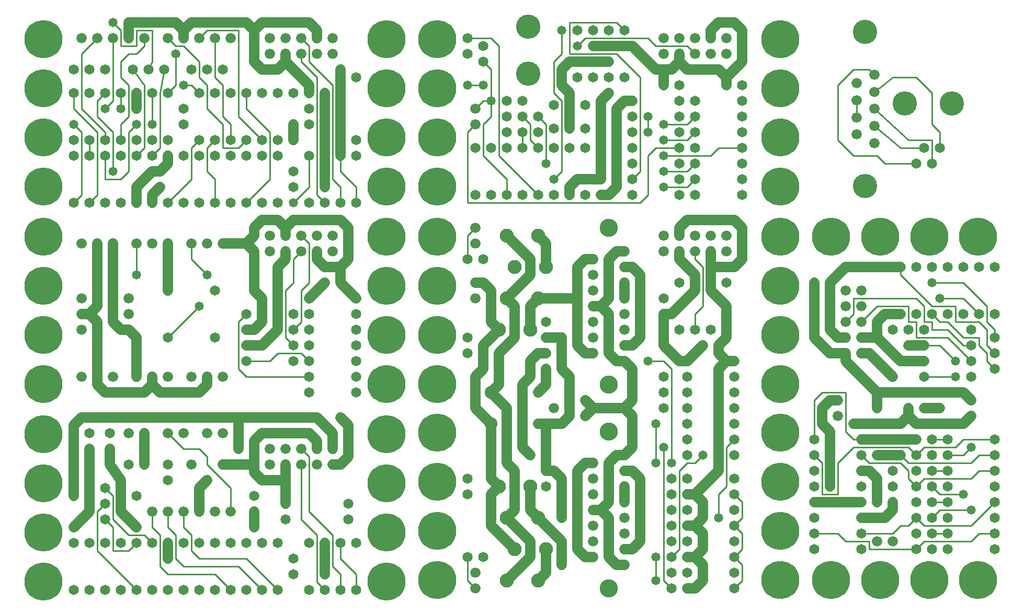
<source format=gbl>
%MOIN*%
%FSLAX25Y25*%
G04 D10 used for Character Trace; *
G04     Circle (OD=.01000) (No hole)*
G04 D11 used for Power Trace; *
G04     Circle (OD=.06500) (No hole)*
G04 D12 used for Signal Trace; *
G04     Circle (OD=.01100) (No hole)*
G04 D13 used for Via; *
G04     Circle (OD=.05800) (Round. Hole ID=.02800)*
G04 D14 used for Component hole; *
G04     Circle (OD=.06500) (Round. Hole ID=.03500)*
G04 D15 used for Component hole; *
G04     Circle (OD=.06600) (Round. Hole ID=.04200)*
G04 D16 used for Component hole; *
G04     Circle (OD=.08200) (Round. Hole ID=.05200)*
G04 D17 used for Component hole; *
G04     Circle (OD=.08950) (Round. Hole ID=.05950)*
G04 D18 used for Component hole; *
G04     Circle (OD=.11600) (Round. Hole ID=.08600)*
G04 D19 used for Component hole; *
G04     Circle (OD=.15500) (Round. Hole ID=.12500)*
G04 D20 used for Component hole; *
G04     Circle (OD=.18200) (Round. Hole ID=.15200)*
G04 D21 used for Component hole; *
G04     Circle (OD=.24300) (Round. Hole ID=.21300)*
%ADD10C,.01000*%
%ADD11C,.06500*%
%ADD12C,.01100*%
%ADD13C,.05800*%
%ADD14C,.06500*%
%ADD15C,.06600*%
%ADD16C,.08200*%
%ADD17C,.08950*%
%ADD18C,.11600*%
%ADD19C,.15500*%
%ADD20C,.18200*%
%ADD21C,.24300*%
%IPPOS*%
%LPD*%
G90*X0Y0D02*D21*X15625Y15625D03*D14*              
X35000Y10000D03*Y40000D03*D21*X15625Y46875D03*D14*
X45000Y10000D03*Y40000D03*X35000Y50000D03*D11*    
X45000Y60000D01*Y90000D01*D14*D03*D11*Y100000D01* 
D14*D03*X58000Y90000D03*D11*Y100000D01*D14*D03*   
X45000Y110000D03*X58000D03*D11*Y90000D02*         
X65000Y80000D01*Y60000D01*X75000Y50000D01*D14*D03*
D12*X70000Y45000D02*X80000D01*X60000Y55000D02*    
X70000Y45000D01*X60000Y70000D02*Y55000D01*        
X55000Y75000D02*X60000Y70000D01*D14*              
X55000Y75000D03*Y65000D03*D12*X50000Y60000D01*    
Y35000D01*X75000Y10000D01*D14*D03*X85000D03*      
X65000D03*D12*X90000Y45000D02*Y25000D01*          
X85000Y50000D02*X90000Y45000D01*X85000Y60000D02*  
Y50000D01*D15*Y60000D03*D12*X95000D02*Y50000D01*  
D15*Y60000D03*D12*X105000D02*Y50000D01*D15*       
Y60000D03*D12*X95000Y50000D02*X100000Y45000D01*   
Y30000D01*X105000Y25000D01*X140000D01*            
X155000Y10000D01*D14*D03*X165000D03*D12*          
X145000Y30000D01*X115000D01*X110000Y35000D01*     
Y45000D01*X105000Y50000D01*D14*X115000Y40000D03*  
D15*Y60000D03*D11*Y75000D01*X120000Y80000D01*D15* 
D03*X130000Y90000D03*D11*X150000D01*Y105000D01*   
X155000Y110000D01*X185000D01*X190000Y105000D01*   
Y100000D01*D15*D03*D12*X180000D02*                
X185000Y95000D01*D15*X180000Y100000D03*D12*       
X185000Y95000D02*Y60000D01*X200000Y45000D01*      
Y25000D01*X205000Y20000D01*Y10000D01*D14*D03*D12* 
Y30000D02*X215000Y20000D01*X205000Y40000D02*      
Y30000D01*D14*Y40000D03*X215000D03*X195000D03*D11*
Y20000D01*D13*D03*D12*X190000Y45000D02*Y15000D01* 
X180000Y55000D02*X190000Y45000D01*                
X180000Y90000D02*Y55000D01*D15*Y90000D03*         
X170000Y100000D03*D11*X155000Y80000D02*X170000D01*
X150000Y85000D02*X155000Y80000D01*                
X150000Y90000D02*Y85000D01*D15*X160000Y100000D03* 
D13*X140000D03*D11*Y120000D01*X40000D01*          
X35000Y115000D01*Y70000D01*D14*D03*               
X55000Y55000D03*D12*X60000Y50000D01*Y35000D01*    
X70000D01*X75000Y40000D01*D14*D03*D12*            
X80000Y45000D02*X85000Y40000D01*D14*D03*D13*      
X95000Y30000D03*D11*Y40000D01*D14*D03*X105000D03* 
D12*X90000Y25000D02*X95000Y20000D01*X125000D01*   
X135000Y10000D01*D14*D03*X145000D03*X125000D03*   
X115000D03*X165000Y40000D03*X155000D03*X145000D03*
X135000D03*X105000Y10000D03*X125000Y40000D03*D13* 
X150000Y50000D03*D11*Y60000D01*D14*D03*Y70000D03* 
D12*X120000Y90000D02*X135000Y75000D01*            
X120000Y95000D02*Y90000D01*X115000Y100000D02*     
X120000Y95000D01*X105000Y100000D02*X115000D01*    
X95000Y110000D02*X105000Y100000D01*D15*           
X95000Y110000D03*X105000D03*X80000D03*D11*        
Y90000D01*D14*D03*X70000D03*X95000Y80000D03*      
Y90000D03*X75000Y70000D03*D15*X70000Y110000D03*   
X110000Y90000D03*X120000Y110000D03*               
X125000Y60000D03*D14*X55000Y40000D03*X65000D03*   
D15*X130000Y110000D03*X135000Y60000D03*D12*       
Y75000D01*D15*X160000Y90000D03*D14*               
X170000Y55000D03*Y65000D03*D11*Y80000D01*         
Y90000D01*D15*D03*X190000D03*D11*                 
X140000Y120000D02*X190000D01*X200000Y110000D01*   
Y100000D01*D15*D03*D11*X205000Y90000D02*          
X210000Y95000D01*X200000Y90000D02*X205000D01*D15* 
X200000D03*D11*X210000Y115000D02*Y95000D01*       
X205000Y120000D02*X210000Y115000D01*D13*          
X205000Y120000D03*D21*X234375Y109375D03*Y78125D03*
D14*X210000Y65000D03*Y55000D03*D21*               
X234375Y46875D03*D14*X185000Y40000D03*            
X175000Y30000D03*Y20000D03*D12*X215000D02*        
Y10000D01*D14*D03*X195000D03*D12*X190000Y15000D01*
D14*X185000Y10000D03*D21*X234375Y15625D03*D14*    
X95000Y10000D03*X55000D03*D21*X15625Y109375D03*   
Y78125D03*G90*X0Y1000D02*D11*X90000Y136000D02*    
X115000D01*X85000Y141000D02*X90000Y136000D01*     
X80000D02*X85000Y141000D01*X55000Y136000D02*      
X80000D01*X50000Y141000D02*X55000Y136000D01*      
X50000Y146000D02*Y141000D01*D15*Y146000D03*D11*   
Y181000D01*X45000Y186000D01*X40000D01*D15*D03*D11*
X45000D02*X50000Y191000D01*Y231000D01*D15*D03*    
X60000D03*D11*Y196000D01*D13*D03*D11*Y181000D01*  
X65000Y176000D01*X70000D01*D15*D03*D11*           
X75000Y171000D01*Y146000D01*D15*D03*D11*X85000D02*
Y141000D01*D15*Y146000D03*X95000D03*D14*          
Y171000D03*D12*X115000Y191000D01*D13*D03*D14*     
X125000Y201000D03*X95000D03*D11*Y231000D01*D15*   
D03*X85000D03*D12*X110000D02*Y221000D01*D15*      
Y231000D03*X120000D03*D12*X110000Y221000D02*      
X120000Y211000D01*D13*D03*D15*X130000Y231000D03*  
D11*X145000D01*X150000Y226000D01*Y201000D01*      
X155000Y196000D01*D14*D03*D11*Y181000D01*         
X150000Y176000D01*X145000D01*D14*D03*D12*         
X140000Y181000D02*Y151000D01*X145000Y146000D01*   
X185000D01*D14*D03*X175000Y156000D03*X185000D03*  
D12*X180000Y161000D01*X165000D01*                 
X160000Y156000D01*X145000D01*D14*D03*D11*         
Y166000D02*X155000D01*D14*X145000D03*D11*         
X155000D02*X165000Y176000D01*Y196000D01*D14*D03*  
D11*Y216000D01*X170000Y221000D01*Y226000D01*D15*  
D03*D12*X175000Y221000D02*Y206000D01*             
X170000Y201000D01*Y171000D01*X175000Y166000D01*   
D14*D03*X185000Y176000D03*Y166000D03*             
X175000Y176000D03*D12*X180000Y181000D01*          
Y201000D01*X185000Y206000D01*Y231000D01*          
X180000Y236000D01*D15*D03*X190000Y226000D03*D11*  
Y221000D01*X195000Y216000D01*X205000D01*          
Y206000D01*D14*D03*D11*X215000Y196000D01*D14*D03* 
Y186000D03*X195000Y206000D03*D11*                 
X185000Y196000D01*D14*D03*X175000Y186000D03*      
X185000D03*D11*X205000Y216000D02*                 
X210000Y221000D01*Y241000D01*X205000Y246000D01*   
X175000D01*X170000Y241000D01*X165000Y246000D01*   
X155000D01*X150000Y241000D01*Y236000D01*          
X145000Y231000D01*D15*X160000Y226000D03*          
Y236000D03*X170000D03*D11*Y241000D01*D15*         
X180000Y226000D03*D12*X175000Y221000D01*D15*      
X190000Y236000D03*X200000Y226000D03*Y236000D03*   
D14*X145000Y186000D03*D12*X140000Y181000D01*D14*  
X125000Y171000D03*D15*X110000Y146000D03*          
X120000D03*D11*Y141000D01*X115000Y136000D01*D15*  
X130000Y146000D03*X70000Y186000D03*               
X60000Y146000D03*X70000Y196000D03*D14*            
X185000Y136000D03*D15*X40000Y196000D03*Y176000D03*
Y146000D03*D13*X75000Y211000D03*D12*Y231000D01*   
D15*D03*X40000D03*D21*X15625Y172875D03*Y235375D03*
Y204125D03*Y141625D03*D14*X215000Y136000D03*      
Y146000D03*Y156000D03*Y166000D03*Y176000D03*D21*  
X234375Y141625D03*Y172875D03*Y204125D03*          
Y235375D03*G90*X0Y2000D02*D14*X215000Y257000D03*  
D12*Y267000D01*X205000Y277000D01*Y287000D01*D14*  
D03*D11*Y307000D01*D14*D03*D11*Y342000D01*D13*D03*
D14*X215000Y337000D03*D12*X185000Y347000D02*      
X200000Y332000D01*X185000Y357000D02*Y347000D01*   
X180000Y362000D02*X185000Y357000D01*D15*          
X180000Y362000D03*X190000Y352000D03*X170000D03*   
D11*Y347000D01*X165000Y342000D01*X155000D01*      
X150000Y347000D01*Y367000D01*X145000Y372000D01*   
X110000D01*X105000Y367000D01*X100000Y372000D01*   
X70000D01*Y362000D01*D15*D03*D12*X65000Y357000D02*
X75000D01*X65000Y367000D02*Y357000D01*            
X60000Y372000D02*X65000Y367000D01*D13*            
X60000Y372000D03*D15*X50000Y362000D03*D12*        
X40000Y352000D01*Y317000D01*X55000Y302000D01*     
Y297000D01*D14*D03*D12*X50000Y312000D02*          
X60000Y302000D01*X50000Y322000D02*Y312000D01*     
Y322000D02*X55000Y327000D01*D14*D03*D12*          
Y317000D02*X60000Y322000D01*D13*X55000Y317000D03* 
D12*X60000Y362000D02*Y322000D01*D15*Y362000D03*   
D12*X65000Y347000D02*X70000Y352000D01*            
X65000Y347000D02*Y337000D01*X70000Y332000D01*     
Y312000D01*X65000Y307000D01*Y297000D01*D14*D03*   
D12*X70000Y302000D02*Y277000D01*X65000Y272000D01* 
X55000D01*Y287000D01*D14*D03*X45000Y297000D03*D12*
Y287000D01*D14*D03*X35000Y297000D03*Y287000D03*   
D12*X60000Y302000D02*Y277000D01*D13*D03*D14*      
X65000Y287000D03*D11*X75000Y267000D02*Y257000D01* 
D14*D03*X85000D03*D11*Y262000D01*X90000Y267000D01*
D13*D03*D11*X85000Y277000D02*X90000D01*           
X75000Y267000D02*X85000Y277000D01*D14*            
X65000Y257000D03*D11*X90000Y277000D02*            
X95000Y282000D01*Y287000D01*D14*D03*D12*X85000D02*
X90000Y292000D01*D14*X85000Y287000D03*D12*        
X90000Y327000D02*Y292000D01*X92500Y342000D02*     
X90000Y327000D01*D14*X92500Y342000D03*D12*        
X82500D02*X85000Y347000D01*D14*X82500Y342000D03*  
D12*X85000Y367000D02*Y347000D01*X75000Y367000D02* 
X85000D01*X75000D02*Y357000D01*D15*               
X80000Y362000D03*D12*Y357000D01*X75000Y352000D01* 
X70000D01*D14*X72500Y342000D03*D12*               
X80000Y332000D01*Y292000D01*X75000Y287000D01*D14* 
D03*X85000Y297000D03*X75000D03*D12*               
X70000Y302000D02*X75000Y307000D01*D13*D03*        
X65000Y317000D03*D12*Y327000D01*D14*D03*D13*      
X75000Y317000D03*D11*Y327000D01*D14*D03*X85000D03*
D12*Y307000D01*D13*D03*D14*X95000Y297000D03*      
X105000Y287000D03*X95000Y327000D03*D12*           
X100000Y332000D01*Y352000D01*D13*D03*D12*         
Y357000D02*X105000D01*X95000Y362000D02*           
X100000Y357000D01*D15*X95000Y362000D03*D12*       
X105000Y357000D02*X115000Y347000D01*Y337000D01*   
X120000Y332000D01*Y317000D01*X130000Y307000D01*   
Y292000D01*X140000D01*X145000Y297000D01*D14*D03*  
X155000Y287000D03*D12*X130000Y312000D02*          
X135000Y307000D01*X130000Y332000D02*Y312000D01*   
X125000Y337000D02*X130000Y332000D01*              
X125000Y362000D02*Y337000D01*D15*Y362000D03*D12*  
X115000D02*X120000Y367000D01*D15*                 
X115000Y362000D03*D12*X120000Y367000D02*          
X140000D01*Y312000D01*X155000Y297000D01*D14*D03*  
D12*X145000Y317000D02*X160000Y302000D01*          
X145000Y327000D02*Y317000D01*D14*Y327000D03*      
X155000D03*X135000D03*X130000Y342000D03*D12*      
X135000Y307000D02*Y297000D01*D14*D03*             
X145000Y287000D03*X125000D03*Y297000D03*D12*      
X120000Y292000D01*Y277000D01*X125000Y272000D01*   
Y257000D01*D14*D03*X135000D03*X115000D03*D12*     
X95000D02*X110000Y272000D01*D14*X95000Y257000D03* 
X105000D03*D12*X110000Y292000D02*Y272000D01*      
Y292000D02*X115000Y297000D01*D14*D03*             
X105000Y307000D03*X115000Y287000D03*X135000D03*   
X105000Y317000D03*X125000Y327000D03*X115000D03*   
D12*X110000Y332000D01*X105000D01*D13*D03*D14*     
X110000Y342000D03*X120000D03*D15*                 
X135000Y362000D03*X105000D03*D11*Y367000D01*      
X150000D02*X155000Y372000D01*X185000D01*          
X190000Y367000D01*Y362000D01*D15*D03*             
X200000Y352000D03*X180000D03*D12*Y347000D01*      
X190000Y337000D01*Y262000D01*X195000Y257000D01*   
D14*D03*D12*X200000Y272000D02*X205000Y267000D01*  
X200000Y332000D02*Y272000D01*D13*                 
X195000Y327000D03*D11*Y307000D01*D14*D03*D11*     
Y287000D01*D14*D03*D11*Y267000D01*D13*D03*D14*    
X205000Y257000D03*D12*Y267000D01*D14*             
X185000Y287000D03*D12*Y267000D01*                 
X175000Y257000D01*D13*D03*D14*X185000D03*         
X175000Y267000D03*X165000Y257000D03*D12*          
X145000D02*X160000Y272000D01*D14*                 
X145000Y257000D03*X155000D03*D12*                 
X160000Y302000D02*Y272000D01*D14*                 
X165000Y297000D03*X175000D03*D11*Y307000D01*D13*  
D03*D14*X185000Y317000D03*Y307000D03*D13*         
Y327000D03*D11*Y332000D01*X170000Y347000D01*D15*  
X160000Y352000D03*X170000Y362000D03*X160000D03*   
D14*X165000Y327000D03*X175000D03*D15*             
X200000Y362000D03*D14*X215000Y297000D03*          
X165000Y287000D03*X215000D03*D21*                 
X234375Y298875D03*Y330125D03*Y361375D03*D14*      
X175000Y277000D03*D21*X234375Y267625D03*D14*      
X55000Y342000D03*Y257000D03*D12*X35000Y317000D02* 
X50000Y302000D01*X35000Y327000D02*Y317000D01*D14* 
Y327000D03*X45000D03*Y342000D03*X35000D03*D21*    
X15625Y330125D03*D13*X35000Y307000D03*D12*        
X40000Y302000D01*Y262000D01*X35000Y257000D01*D14* 
D03*X45000D03*D12*X50000Y262000D01*Y302000D01*D21*
X15625Y267625D03*Y298875D03*D15*X40000Y362000D03* 
D21*X15625Y361375D03*G90*X1000Y1000D02*           
X266625Y16625D03*Y47875D03*Y79125D03*Y110375D03*  
Y141625D03*Y172875D03*Y204125D03*Y235375D03*D12*  
X286000Y31000D02*Y16000D01*D14*Y31000D03*         
X296000D03*D15*X291000Y21000D03*D12*              
X286000Y16000D02*X291000Y11000D01*D15*D03*D17*    
X311000Y16000D03*D11*X326000Y31000D01*Y41000D01*  
X311000Y56000D01*D17*D03*D11*X316000Y61000D01*    
Y86000D01*X311000Y91000D01*Y126000D01*            
X301000Y136000D01*D16*D03*D11*X306000Y141000D01*  
Y161000D01*X316000Y171000D01*Y191000D01*          
X311000Y196000D01*D17*D03*D11*X326000Y211000D01*  
Y221000D01*X311000Y236000D01*D17*D03*D14*         
X296000Y221000D03*D15*X291000Y241000D03*D12*      
X286000Y236000D01*Y221000D01*D14*D03*D15*         
X291000Y231000D03*Y206000D03*D11*X296000D01*      
X301000Y201000D01*Y181000D01*X306000Y176000D01*   
D17*D03*D11*X296000Y166000D01*Y151000D01*         
X291000Y146000D01*Y126000D01*X301000Y116000D01*   
D16*D03*D11*Y81000D01*X306000Y76000D01*D17*D03*   
D11*X301000Y71000D01*Y51000D01*X316000Y36000D01*  
D17*D03*D11*X331000Y16000D02*X336000Y21000D01*D17*
X331000Y16000D03*D11*X336000Y36000D02*Y21000D01*  
D17*Y36000D03*D13*X346000Y26000D03*D11*Y41000D01* 
X331000Y56000D01*D17*D03*D11*X326000Y61000D01*    
Y76000D01*D17*D03*D14*X336000Y86000D03*D11*       
Y96000D01*D14*D03*D11*Y116000D01*X331000D01*D15*  
D03*D11*X336000D02*X346000D01*X351000Y121000D01*  
D14*D03*D11*Y131000D01*D14*D03*D11*Y146000D01*    
X346000Y151000D01*Y171000D01*D13*D03*D11*         
X336000D01*D14*D03*D17*X326000Y176000D03*D11*     
Y191000D01*X331000Y196000D01*D17*D03*D11*         
X356000D01*Y216000D01*X361000Y221000D01*          
X366000D01*D15*D03*D11*X376000D02*Y196000D01*     
X371000Y191000D01*X366000D01*D15*D03*D11*         
X371000D02*X376000Y186000D01*Y161000D01*          
X381000Y156000D01*X386000D01*D15*D03*D11*         
X391000Y151000D01*Y131000D01*X386000Y126000D01*   
X366000D01*X361000Y131000D01*D14*D03*D11*         
Y121000D02*X366000Y126000D01*D14*                 
X361000Y121000D03*D18*X376000Y111000D03*          
Y141000D03*D15*X341000Y126000D03*X386000Y96000D03*
D11*X381000D01*X376000Y91000D01*Y66000D01*        
X371000Y61000D01*X366000D01*D15*D03*D11*          
X371000D02*X376000Y56000D01*Y31000D01*            
X381000Y26000D01*X386000D01*D15*D03*D11*Y36000D02*
X391000D01*D15*X386000D03*D11*X391000D02*         
X396000Y41000D01*Y81000D01*X391000Y86000D01*      
X386000D01*D15*D03*D11*Y96000D02*                 
X391000Y101000D01*Y121000D01*X386000Y126000D01*   
D13*X406000Y116000D03*D12*Y91000D01*D13*D03*D14*  
X416000Y81000D03*D13*X411000Y101000D03*D12*       
Y16000D01*X416000Y11000D01*D14*D03*               
X426000Y21000D03*D13*X406000Y16000D03*D12*        
Y31000D01*D13*D03*D14*X416000Y21000D03*Y41000D03* 
Y31000D03*D12*X421000Y36000D01*Y86000D01*         
X426000Y91000D01*X431000D01*X436000Y96000D01*D13* 
D03*D11*X431000Y71000D02*X446000Y86000D01*        
X426000Y71000D02*X431000D01*D14*X426000D03*D11*   
X431000D02*X436000Y66000D01*Y56000D01*            
X431000Y51000D01*X426000D01*D14*D03*D11*          
X431000D02*X436000Y46000D01*Y36000D01*            
X431000Y31000D01*X426000D01*D14*D03*D11*          
X431000D02*X436000Y26000D01*Y16000D01*            
X431000Y11000D01*X426000D01*D14*D03*              
X456000Y41000D03*Y11000D03*D12*X461000Y16000D01*  
Y26000D01*X456000Y31000D01*D14*D03*D12*           
X461000Y36000D01*Y46000D01*X456000Y51000D01*D14*  
D03*D12*X461000Y56000D01*Y66000D01*               
X456000Y71000D01*D14*D03*D12*X446000D02*          
X451000Y76000D01*X446000Y71000D02*Y56000D01*D13*  
D03*D14*X456000Y61000D03*D12*X451000Y101000D02*   
Y76000D01*Y101000D02*X456000Y106000D01*D14*D03*   
Y116000D03*Y96000D03*D11*X446000Y151000D02*       
Y86000D01*Y151000D02*X451000Y156000D01*           
X446000Y161000D01*Y166000D01*D14*D03*D11*         
X451000Y171000D01*Y176000D01*D14*D03*D11*         
Y191000D01*X441000Y201000D01*Y206000D01*D14*D03*  
D11*Y216000D01*Y226000D01*D15*D03*                
X451000Y236000D03*X431000D03*D12*Y221000D02*      
X436000Y216000D01*X431000Y226000D02*Y221000D01*   
D15*Y226000D03*D11*X441000Y216000D02*X456000D01*  
X461000Y221000D01*Y241000D01*X456000Y246000D01*   
X426000D01*X421000Y241000D01*Y236000D01*D15*D03*  
X411000Y226000D03*Y236000D03*X421000Y226000D03*   
D11*Y221000D01*X431000Y211000D01*Y206000D01*D14*  
D03*D11*Y201000D01*X416000Y186000D01*X411000D01*  
D14*D03*D11*Y166000D01*X421000Y156000D01*         
X426000D01*D14*D03*D11*X436000Y166000D01*D14*D03* 
X441000Y176000D03*X431000D03*D12*Y186000D01*      
X436000Y191000D01*Y216000D01*D14*                 
X451000Y206000D03*D15*Y226000D03*D14*             
X421000Y206000D03*D15*X441000Y236000D03*D14*      
X411000Y196000D03*X421000Y176000D03*D11*          
X391000Y216000D02*X396000Y211000D01*              
X386000Y216000D02*X391000D01*D15*X386000D03*D11*  
X396000Y211000D02*Y171000D01*X391000Y166000D01*   
X386000D01*D15*D03*Y176000D03*D13*                
X401000Y156000D03*D12*X411000D01*                 
X416000Y151000D01*Y91000D01*D13*D03*D14*          
X426000Y81000D03*Y96000D03*Y106000D03*            
X416000Y71000D03*X426000Y116000D03*               
X416000Y61000D03*X426000D03*D15*X386000Y76000D03* 
D11*Y66000D01*D15*D03*Y56000D03*X366000Y81000D03* 
Y71000D03*X386000Y46000D03*X366000Y51000D03*D11*  
X356000Y86000D02*X361000Y91000D01*                
X356000Y86000D02*Y36000D01*X361000Y31000D01*      
X366000D01*D15*D03*Y41000D03*D18*X376000Y11000D03*
D13*X346000Y56000D03*D11*Y81000D01*               
X341000Y86000D01*X336000D01*D14*X326000Y96000D03* 
D11*X321000Y101000D01*Y126000D01*D13*D03*D11*     
Y141000D01*X326000Y146000D01*Y156000D01*          
X331000Y161000D01*X336000D01*D14*D03*Y151000D03*  
D11*Y141000D01*X331000Y136000D01*D15*D03*D11*     
X356000Y196000D02*Y166000D01*D15*                 
X366000Y201000D03*Y211000D03*Y181000D03*D17*      
X336000Y216000D03*D11*Y231000D01*                 
X331000Y236000D01*D17*D03*X316000Y216000D03*D15*  
X291000Y196000D03*D11*X376000Y221000D02*          
X381000Y226000D01*X386000D01*D15*D03*D18*         
X376000Y241000D03*D15*X386000Y206000D03*D11*      
Y196000D01*D15*D03*Y186000D03*X366000Y171000D03*  
D11*X356000Y166000D02*X361000Y161000D01*          
X366000D01*D15*D03*D14*X336000Y181000D03*         
X411000Y126000D03*Y136000D03*Y146000D03*          
X426000Y126000D03*Y136000D03*Y146000D03*D11*      
X361000Y91000D02*X366000D01*D15*D03*D14*          
X336000Y76000D03*X416000Y51000D03*                
X426000Y41000D03*X286000Y171000D03*Y161000D03*    
Y81000D03*Y71000D03*D11*X451000Y156000D02*        
X456000D01*D14*D03*Y146000D03*Y136000D03*D21*     
X485375Y141625D03*D14*X456000Y126000D03*D21*      
X485375Y172875D03*Y110375D03*Y204125D03*D14*      
X456000Y81000D03*D21*X485375Y79125D03*Y235375D03* 
Y47875D03*D14*X456000Y21000D03*D21*               
X485375Y16625D03*G90*X1000Y2000D02*               
X266625Y267625D03*D12*X286000Y302000D02*          
Y257000D01*Y302000D02*X291000Y307000D01*D15*D03*  
D12*X296000D02*Y287000D01*X311000Y272000D01*      
Y262000D01*D14*D03*X321000D03*X301000D03*         
X331000D03*D12*X306000Y287000D01*Y357000D01*      
X301000Y362000D01*X286000D01*D14*D03*             
X296000Y357000D03*X286000Y352000D03*              
X296000Y347000D03*D12*X301000Y342000D01*          
Y322000D01*D13*D03*D12*X296000D01*                
X291000Y317000D01*D15*D03*D12*X296000Y307000D02*  
X301000Y312000D01*Y322000D01*D14*                 
X311000Y312000D03*Y322000D03*D13*                 
X296000Y332000D03*D12*X286000D01*D13*D03*D21*     
X266625Y330125D03*Y361375D03*D14*                 
X311000Y302000D03*X321000D03*D12*Y292000D01*D14*  
D03*D12*X326000Y307000D02*Y297000D01*             
X321000Y312000D02*X326000Y307000D01*D14*          
X321000Y312000D03*X331000Y302000D03*Y312000D03*   
D12*X336000Y307000D01*Y282000D01*D13*D03*D12*     
X341000Y272000D02*X346000Y277000D01*D13*          
X341000Y272000D03*D12*X346000Y322000D02*          
Y277000D01*X341000Y327000D02*X346000Y322000D01*   
X341000Y347000D02*Y327000D01*Y347000D02*          
X346000Y352000D01*Y367000D01*D13*D03*D12*         
X351000Y372000D02*Y352000D01*X381000D01*          
X396000Y337000D01*Y277000D01*X391000Y272000D01*   
D14*D03*D12*X396000Y257000D02*X401000Y262000D01*  
X286000Y257000D02*X396000D01*D14*                 
X291000Y262000D03*X311000Y292000D03*X301000D03*   
X291000D03*D12*X326000Y297000D02*                 
X331000Y292000D01*D14*D03*X341000Y304500D03*      
Y292000D03*X351000D03*Y304500D03*D11*Y319500D01*  
D14*D03*D11*Y327000D01*X346000Y332000D01*         
Y342000D01*X351000Y347000D01*X376000D01*D13*D03*  
D14*X386000Y337000D03*D13*X366000Y357000D03*D11*  
X391000D01*X406000Y342000D01*X411000D01*          
Y332000D01*D14*D03*X421000Y322000D03*D11*         
X411000Y342000D02*X416000D01*X421000Y347000D01*   
Y352000D01*D15*D03*D12*X406000Y357000D02*         
X426000D01*X401000Y362000D02*X406000Y357000D01*   
X361000Y362000D02*X401000D01*X356000Y357000D02*   
X361000Y362000D01*D13*X356000Y357000D03*D14*      
X366000Y367000D03*X356000D03*D12*                 
X351000Y372000D02*X381000D01*X386000Y367000D01*   
D14*D03*X376000D03*D15*X411000Y352000D03*         
Y362000D03*D14*X356000Y337000D03*X366000D03*      
X376000D03*X421000Y332000D03*D11*Y347000D02*      
X426000Y342000D01*X446000D01*X451000Y337000D01*   
Y332000D01*D14*D03*D11*Y337000D02*                
X461000Y347000D01*Y367000D01*X456000Y372000D01*   
X446000D01*X441000Y367000D01*Y362000D01*D15*D03*  
X451000Y352000D03*X431000D03*D12*                 
X426000Y357000D01*D15*X431000Y362000D03*          
X421000D03*X441000Y352000D03*X451000Y362000D03*   
D14*X461000Y322000D03*X391000D03*D11*X386000D01*  
X381000Y317000D01*Y302000D01*D14*D03*D11*         
Y267000D01*X376000Y262000D01*X371000D01*D14*D03*  
Y272000D03*D11*X356000D01*X351000Y267000D01*      
Y262000D01*D14*D03*X361000D03*X341000D03*D11*     
X371000Y302000D02*Y272000D01*D14*Y302000D03*D11*  
Y322000D01*X376000Y327000D01*D13*D03*D14*         
X391000Y312000D03*X361000Y319500D03*D13*          
X401000Y302000D03*D12*Y312000D01*D13*D03*D14*     
X391000Y302000D03*D13*X411000Y307000D03*D12*      
X426000D01*X431000Y312000D01*D14*D03*             
X421000Y302000D03*X431000Y322000D03*              
X421000Y312000D03*X431000Y302000D03*D12*          
X426000Y297000D01*X411000D01*D13*D03*D12*         
X401000Y287000D02*X406000Y292000D01*              
X401000Y287000D02*Y262000D01*D14*X391000D03*D13*  
X411000Y267000D03*D12*X426000D01*                 
X431000Y272000D01*D14*D03*D12*X411000Y277000D02*  
X426000D01*D13*X411000D03*D14*X421000Y272000D03*  
D13*X411000Y287000D03*D12*X441000D01*             
X446000Y292000D01*X461000D01*D14*D03*Y302000D03*  
Y282000D03*Y312000D03*Y272000D03*D21*             
X485375Y267625D03*Y298875D03*D14*                 
X431000Y262000D03*Y292000D03*X461000Y262000D03*   
X431000Y282000D03*D12*X426000Y277000D01*D14*      
X421000Y282000D03*Y262000D03*Y292000D03*D12*      
X406000D01*D14*X391000D03*Y282000D03*             
X361000Y304500D03*Y292000D03*X461000Y332000D03*   
X341000Y319500D03*D19*X324500Y369500D03*          
Y339500D03*D21*X485375Y330125D03*Y361375D03*D14*  
X321000Y322000D03*D21*X266625Y298875D03*G90*      
X2000Y1000D02*D14*X507000Y36000D03*Y46000D03*D12* 
X522000D01*X527000Y41000D01*X542000D01*Y36000D01* 
X572000D01*D14*D03*D12*X577000Y41000D01*          
X607000D01*X612000Y46000D01*X622000D01*D14*D03*   
Y56000D03*Y36000D03*D13*X607000Y61000D03*D12*     
X587000D01*X582000Y56000D01*D14*D03*D12*          
X577000Y51000D02*X607000D01*X622000Y66000D01*D14* 
D03*Y76000D03*D12*X577000Y81000D02*X607000D01*    
X572000Y76000D02*X577000Y81000D01*D14*            
X572000Y76000D03*D12*X567000Y81000D01*Y86000D01*  
X562000Y91000D01*X542000D01*X537000Y96000D01*D14* 
D03*D12*X522000Y91000D02*X532000Y101000D01*       
X522000Y71000D02*Y91000D01*X512000Y71000D02*      
X522000D01*X512000D02*Y91000D01*X507000Y96000D01* 
D14*D03*Y106000D03*D12*Y131000D01*                
X512000Y136000D01*X527000D01*Y111000D01*          
X532000Y106000D01*X537000D01*D14*D03*D11*         
X562000D01*D14*D03*D11*X572000D01*D14*D03*D12*    
Y96000D02*X577000Y101000D01*D14*X572000Y96000D03* 
D12*X567000Y101000D01*X532000D01*D11*             
X517000Y76000D02*Y111000D01*D13*Y76000D03*D14*    
X507000Y86000D03*Y66000D03*D11*X537000D01*D14*D03*
X547000D03*D11*Y81000D01*X542000Y86000D01*        
X537000D01*D14*D03*D13*X547000Y96000D03*D11*      
X562000D01*D14*D03*D12*X567000Y91000D01*          
X607000D01*X612000Y96000D01*X622000D01*D14*D03*   
D12*X607000Y81000D02*X612000Y86000D01*X622000D01* 
D14*D03*D13*X607000Y101000D03*D12*                
X602000Y96000D01*X592000D01*D14*D03*D12*          
X577000Y101000D02*X597000D01*D14*X582000Y96000D03*
Y106000D03*D12*X592000D01*D14*D03*D12*            
X597000Y101000D02*X602000Y106000D01*X622000D01*   
D14*D03*D15*X607000Y121000D03*D11*                
X602000Y116000D01*X572000D01*X567000Y121000D01*   
X562000Y116000D01*X532000D01*D13*D03*D15*         
X522000Y121000D03*D11*X512000Y126000D02*          
X517000Y131000D01*X512000Y116000D02*Y126000D01*   
X517000Y111000D02*X512000Y116000D01*D15*          
X522000Y131000D03*D11*X517000D01*                 
X547000Y136000D02*X527000Y156000D01*              
X547000Y126000D02*Y136000D01*D13*Y126000D03*D11*  
Y136000D02*X572000D01*D14*D03*D11*X587000D01*D14* 
D03*D11*X602000D01*X607000Y131000D01*D15*D03*D14* 
Y146000D03*D13*X597000D03*D12*X577000D01*D14*D03* 
X567000Y156000D03*D11*X562000D01*                 
X547000Y171000D01*X537000D01*D15*D03*D11*         
X547000D02*Y181000D01*D15*X537000D03*D12*         
X547000Y191000D01*X567000D01*Y181000D01*          
X572000D01*Y171000D01*X592000D01*                 
X607000Y156000D01*D14*D03*D12*X622000Y161000D02*  
X617000Y166000D01*D14*X622000Y161000D03*D12*      
X617000Y166000D02*Y176000D01*X612000Y181000D01*   
X597000D01*Y191000D01*X582000D01*                 
X562000Y211000D01*Y216000D01*D14*D03*D11*         
X527000D01*X517000Y206000D01*Y176000D01*          
X522000Y171000D01*X527000D01*D15*D03*             
X537000Y161000D03*D11*X542000D01*                 
X557000Y146000D01*D13*D03*D11*X567000Y156000D02*  
X577000D01*D14*D03*D12*X597000D02*                
X587000Y166000D01*D13*X597000Y156000D03*D14*      
X607000Y166000D03*D12*X602000D01*                 
X592000Y176000D01*X582000D01*Y181000D01*          
X577000D01*Y191000D01*X572000Y196000D01*          
X532000D01*Y186000D01*X527000Y181000D01*D15*D03*  
X537000Y191000D03*X527000D03*X537000Y201000D03*   
D11*X517000Y161000D02*X527000D01*D15*D03*D11*     
Y156000D01*X517000Y161000D02*X507000Y171000D01*   
Y206000D01*D13*D03*D15*X527000Y201000D03*D21*     
X517625Y235375D03*D11*X547000Y181000D02*          
X552000Y186000D01*X562000D01*D14*D03*             
X557000Y176000D03*X572000Y186000D03*              
X567000Y176000D03*X577000D03*D13*                 
X582000Y206000D03*D12*X602000D01*                 
X617000Y191000D01*Y181000D01*X622000Y176000D01*   
Y171000D01*D14*D03*D12*X617000Y156000D02*         
Y161000D01*X622000Y151000D02*X617000Y156000D01*   
D14*X622000Y151000D03*D12*X617000Y161000D02*      
X612000Y166000D01*Y171000D01*X602000D01*          
X592000Y181000D01*X587000D01*X582000Y186000D01*   
D14*D03*D13*X587000Y196000D03*D12*X602000D01*     
X612000Y186000D01*D14*D03*X607000Y176000D03*      
X622000Y186000D03*X602000D03*X592000D03*D12*      
X577000Y166000D02*X587000D01*D14*X577000D03*D11*  
X567000D01*D14*D03*Y126000D03*D11*Y121000D01*D14* 
X577000Y126000D03*D11*X587000D01*D14*D03*         
X557000Y86000D03*X572000D03*X582000D03*D12*       
X592000D01*D14*D03*X582000Y76000D03*D12*          
X587000Y71000D01*X602000D01*D13*D03*D14*          
X592000Y76000D03*Y66000D03*D12*X582000D01*D14*D03*
X592000Y56000D03*X572000D03*D12*X567000Y51000D01* 
X562000D01*X557000Y46000D01*X537000D01*D14*D03*   
D15*X547000Y41000D03*D14*X537000Y56000D03*D11*    
X552000D01*X557000Y61000D01*Y66000D01*D14*D03*    
Y76000D03*D12*X577000Y51000D02*X572000Y56000D01*  
D14*X582000Y46000D03*D12*X592000D01*D14*D03*      
X582000Y36000D03*X592000D03*X572000Y66000D03*     
Y46000D03*D21*X580125Y16625D03*X611375D03*D15*    
X557000Y41000D03*D21*X548875Y16625D03*D14*        
X537000Y76000D03*Y36000D03*D21*X517625Y16625D03*  
D14*X507000Y76000D03*Y56000D03*X622000Y216000D03* 
X612000D03*X602000D03*X592000D03*X582000D03*      
X572000D03*D21*X611375Y235375D03*X580125D03*      
X548875D03*G90*X2000Y2000D02*D12*                 
X532000Y287000D02*X522000Y297000D01*              
X532000Y287000D02*X547000D01*X552000Y282000D01*   
X572000D01*D14*D03*D12*X562000Y292000D02*         
X577000D01*D14*D03*D12*X582000Y282000D02*         
Y297000D01*D14*Y282000D03*X587000Y292000D03*D12*  
Y302000D01*X582000Y307000D01*Y327000D01*          
X572000Y337000D01*X557000D01*X545100Y327900D01*   
D15*D03*Y338800D03*D12*X542000Y342000D01*         
X532000D01*X522000Y332000D01*Y297000D01*D15*      
X533800Y300700D03*Y311600D03*D12*Y322400D01*D15*  
D03*Y333300D03*X545100Y306100D03*D12*             
X562000Y292000D01*X567000Y297000D02*X582000D01*   
X567000D02*X545100Y317000D01*D15*D03*Y295200D03*  
D19*X564500Y320500D03*X594500D03*                 
X539400Y267800D03*Y366200D03*M02*                 

</source>
